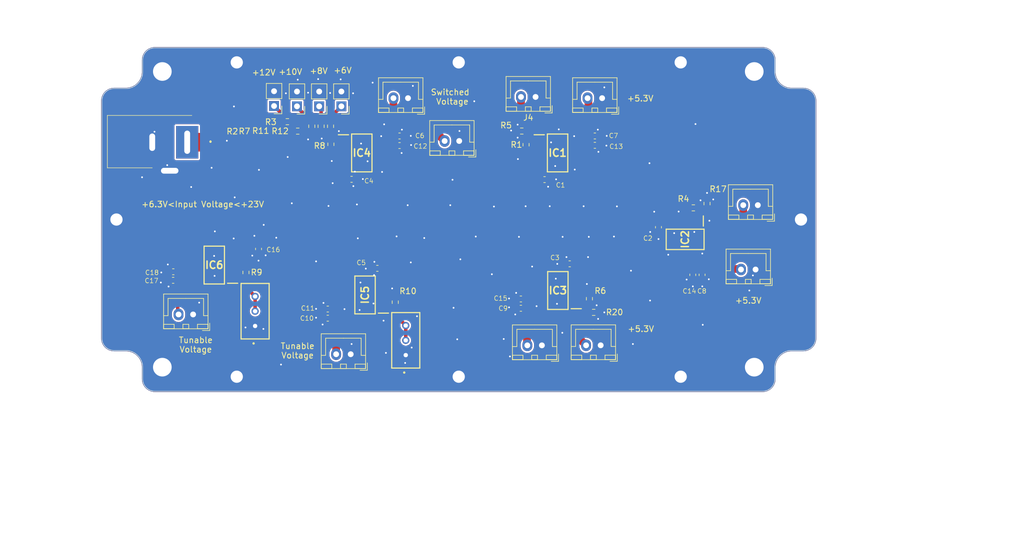
<source format=kicad_pcb>
(kicad_pcb (version 20221018) (generator pcbnew)
  (layers (0 "F.Cu" signal) (31 "B.Cu" signal) (34 "B.Paste" user) (35 "F.Paste" user) (36 "B.SilkS" user "B.Silkscreen") (37 "F.SilkS" user "F.Silkscreen") (38 "B.Mask" user) (39 "F.Mask" user) (44 "Edge.Cuts" user))
  (net 0 "")
  (net 1 "input")
  (net 2 "GND")
  (net 3 "Net-(IC4-OUTPUT_1)")
  (net 4 "Net-(IC1-ADJUST)")
  (net 5 "Net-(IC1-OUTPUT_1)")
  (net 6 "Net-(IC2-ADJUST)")
  (net 7 "Net-(IC2-OUTPUT_1)")
  (net 8 "Net-(IC3-ADJUST)")
  (net 9 "Net-(IC3-OUTPUT_1)")
  (net 10 "Net-(IC4-ADJUST)")
  (net 11 "Net-(IC5-ADJUST)")
  (net 12 "Net-(IC5-OUTPUT_1)")
  (net 13 "Net-(J12-Pin_1)")
  (net 14 "Net-(J13-Pin_1)")
  (net 15 "Net-(J14-Pin_1)")
  (net 16 "Net-(IC6-OUTPUT_1)")
  (net 17 "Net-(IC6-ADJUST)")
  (net 18 "Net-(J1-Pin_1)")
  (net 19 "Net-(R2-Pad1)")
  (footprint "Capacitor_SMD:C_0603_1608Metric_0603 usual" (layer "F.Cu") (at 128.1684 59.8932)
    (fp_text reference "C4")
    (fp_text value "0.1uF")
  )
  (footprint "Capacitor_SMD:C_0603_1608Metric_0603 usual" (layer "F.Cu") (at 132.588 75.184 180)
    (fp_text reference "C5")
    (fp_text value "0.1uF")
  )
  (footprint "Capacitor_SMD:C_0603_1608Metric_0603 usual" (layer "F.Cu") (at 97.5614 75.7682 180)
    (fp_text reference "C18")
    (fp_text value "4.7uF")
  )
  (footprint "Connector_JST:JST_XH_B2B-XH-A_1x02_P2.50mm_Vertical" (layer "F.Cu") (at 197.8968 64.3298 180)
    (fp_text reference "J6" hide)
    (fp_text value "Conn_01x02_Pin")
  )
  (footprint "Capacitor_SMD:C_0603_1608Metric_0603 usual" (layer "F.Cu") (at 136.398 52.4556)
    (fp_text reference "C6")
    (fp_text value "0.1uF")
  )
  (footprint "Capacitor_SMD:C_0603_1608Metric_0603 usual" (layer "F.Cu") (at 124.079 83.7438 180)
    (fp_text reference "C10")
    (fp_text value "0.1uF")
  )
  (footprint "Resistor_SMD:R_0603_1608Metric" (layer "F.Cu") (at 124.5616 50.7746 -90)
    (fp_text reference "R12")
    (fp_text value "3.9k")
  )
  (footprint "Resistor_SMD:R_0603_1608Metric" (layer "F.Cu") (at 189.178199 64.0588 -90)
    (fp_text reference "R17")
    (fp_text value "3.3k")
  )
  (footprint "Connector_JST:JST_XH_B2B-XH-A_1x02_P2.50mm_Vertical" (layer "F.Cu") (at 128.016 89.9414 180)
    (fp_text reference "J11" hide)
    (fp_text value "Conn_01x02_Pin")
  )
  (footprint "Resistor_SMD:R_0603_1608Metric" (layer "F.Cu") (at 121.3358 50.7746 -90)
    (fp_text reference "R7")
    (fp_text value "7k")
  )
  (footprint "Capacitor_SMD:C_0603_1608Metric_0603 usual" (layer "F.Cu") (at 161.29 59.944)
    (fp_text reference "C1")
    (fp_text value "0.1uF")
  )
  (footprint "Music_Lab:DC_Socket_48402211" (layer "F.Cu") (at 99.949 53.5178 -90)
    (fp_text reference "J9" hide)
    (fp_text value "DC_Socket_4840.2211" hide)
  )
  (footprint "Capacitor_SMD:C_0603_1608Metric_0603 usual" (layer "F.Cu") (at 124.079 82.1736 180)
    (fp_text reference "C11")
    (fp_text value "4.7uF")
  )
  (footprint "Resistor_SMD:R_0603_1608Metric" (layer "F.Cu") (at 124.6124 53.8734 90)
    (fp_text reference "R8")
    (fp_text value "1k")
  )
  (footprint "Music_Lab:Resistor_3296W-1" (layer "F.Cu") (at 137.4648 87.5538 90)
    (fp_text reference "VR1" hide)
    (fp_text value "Resistor_3296W-1-104LF" hide)
  )
  (footprint "Connector_JST:JST_XH_B2B-XH-A_1x02_P2.50mm_Vertical" (layer "F.Cu") (at 170.922 88.409 180)
    (fp_text reference "J8" hide)
    (fp_text value "Conn_01x02_Pin")
  )
  (footprint "Resistor_SMD:R_0603_1608Metric" (layer "F.Cu") (at 117.1448 49.9872)
    (fp_text reference "R3")
    (fp_text value "5.6k")
  )
  (footprint "Resistor_SMD:R_0603_1608Metric" (layer "F.Cu") (at 186.829199 64.7958)
    (fp_text reference "R4")
    (fp_text value "1k")
  )
  (footprint "Music_Lab:DC_LM317_SOT230P700X180-4N" (layer "F.Cu") (at 163.5252 55.3588)
    (fp_text reference "IC1")
    (fp_text value "DC_LM317DCYR" hide)
  )
  (footprint "Capacitor_SMD:C_0603_1608Metric_0603 usual" (layer "F.Cu") (at 136.398 54.102)
    (fp_text reference "C12")
    (fp_text value "4.7uF")
  )
  (footprint "Resistor_SMD:R_0603_1608Metric" (layer "F.Cu") (at 158.115 53.9496 90)
    (fp_text reference "R1")
    (fp_text value "1k")
  )
  (footprint "Resistor_SMD:R_0603_1608Metric" (layer "F.Cu") (at 168.9862 80.4032 -90)
    (fp_text reference "R6")
    (fp_text value "1k")
  )
  (footprint "Connector_JST:JST_XH_B2B-XH-A_1x02_P2.50mm_Vertical" (layer "F.Cu") (at 197.5104 75.3872 180)
    (fp_text reference "J3" hide)
    (fp_text value "Conn_01x02_Pin")
  )
  (footprint "Connector_JST:JST_XH_B2B-XH-A_1x02_P2.50mm_Vertical" (layer "F.Cu") (at 160.8328 88.4174 180)
    (fp_text reference "J5" hide)
    (fp_text value "Conn_01x02_Pin")
  )
  (footprint "Connector_JST:JST_XH_B2B-XH-A_1x02_P2.50mm_Vertical" (layer "F.Cu") (at 100.965 83.1088 180)
    (fp_text reference "J10" hide)
    (fp_text value "Conn_01x02_Pin")
  )
  (footprint "Resistor_SMD:R_0603_1608Metric" (layer "F.Cu") (at 110.0328 75.8952 -90)
    (fp_text reference "R9")
    (fp_text value "1k")
  )
  (footprint "Music_Lab:DC_LM317_SOT230P700X180-4N" (layer "F.Cu") (at 130.4798 79.756 180)
    (fp_text reference "IC5")
    (fp_text value "DC_LM317DCYR" hide)
  )
  (footprint "Connector_PinHeader_2.54mm:PinHeader_1x02_P2.54mm_Vertical" (layer "F.Cu") (at 122.6062 47.351 180)
    (fp_text reference "J12" hide)
    (fp_text value "Conn_01x02_Pin")
  )
  (footprint "Connector_PinHeader_2.54mm:PinHeader_1x02_P2.54mm_Vertical" (layer "F.Cu") (at 118.7958 47.3506 180)
    (fp_text reference "J13" hide)
    (fp_text value "Conn_01x02_Pin")
  )
  (footprint "Capacitor_SMD:C_0603_1608Metric_0603 usual" (layer "F.Cu") (at 169.926 52.451)
    (fp_text reference "C7")
    (fp_text value "0.1uF")
  )
  (footprint "Connector_JST:JST_XH_B2B-XH-A_1x02_P2.50mm_Vertical" (layer "F.Cu") (at 137.8512 45.9486 180)
    (fp_text reference "J7" hide)
    (fp_text value "Conn_01x02_Pin")
  )
  (footprint "Music_Lab:Outline_9x4_cavity_20230711" (layer "F.Cu") (at 147.662284 64.357013)
    (fp_text reference "outline1" hide)
    (fp_text value "~" hide)
    (fp_poly (pts (arc (start 60.147165 -17.957088) (mid 59.532757 -19.441973) (end 58.048165 -20.057088)) (arc (start 56.047165 -20.057088) (mid 53.996516 -20.907146) (end 53.147165 -22.958088)) (arc (start 53.147165 -24.957088) (mid 52.532111 -26.442034) (end 51.047165 -27.057088)) (arc (start -53.253466 -27.057088) (mid -54.738393 -26.442015) (end -55.353466 -24.957088)) (arc (start -55.353466 -22.958088) (mid -56.202797 -20.907126) (end -58.253466 -20.057088)) (arc (start -60.254235 -20.057088) (mid -61.702913 -19.478) (end -62.353235 -18.05987)) (arc (start -62.353235 22.875092) (mid -61.727618 24.339112) (end -60.254466 24.942912)) (arc (start -58.253466 24.942912) (mid -56.202796 25.792949) (end -55.353466 27.843912)) (arc (start -55.353466 29.842912) (mid -54.738391 31.327837) (end -53.253466 31.942912)) (arc (start 51.047165 31.942912) (mid 52.532089 31.327836) (end 53.147165 29.842912)) (arc (start 53.147165 27.843912) (mid 53.996495 25.792949) (end 56.047165 24.942912)) (arc (start 58.048165 24.942912) (mid 59.532737 24.327777) (end 60.147165 22.842912))) (stroke (width 0.1)) (fill none) (layer "Edge.Cuts"))
  )
  (footprint "Music_Lab:DC_LM317_SOT230P700X180-4N" (layer "F.Cu") (at 163.576 78.994 180)
    (fp_text reference "IC3")
    (fp_text value "DC_LM317DCYR" hide)
  )
  (footprint "Resistor_SMD:R_0603_1608Metric" (layer "F.Cu") (at 118.9228 51.6128)
    (fp_text reference "R2")
    (fp_text value "3.3k")
  )
  (footprint "Capacitor_SMD:C_0603_1608Metric_0603 usual" (layer "F.Cu") (at 112.1918 71.8566 -90)
    (fp_text reference "C16")
    (fp_text value "0.1uF")
  )
  (footprint "Connector_JST:JST_XH_B2B-XH-A_1x02_P2.50mm_Vertical" (layer "F.Cu") (at 171.1706 45.9486 180)
    (fp_text reference "J2" hide)
    (fp_text value "Conn_01x02_Pin")
  )
  (footprint "Music_Lab:DC_LM317_SOT230P700X180-4N" (layer "F.Cu") (at 185.42 70.206 -90)
    (fp_text reference "IC2")
    (fp_text value "DC_LM317DCYR" hide)
  )
  (footprint "Capacitor_SMD:C_0603_1608Metric_0603 usual" (layer "F.Cu") (at 97.536 77.2414 180)
    (fp_text reference "C17")
    (fp_text value "0.1uF")
  )
  (footprint "Capacitor_SMD:C_0603_1608Metric_0603 usual" (layer "F.Cu") (at 169.926 54.0512)
    (fp_text reference "C13")
    (fp_text value "4.7uF")
  )
  (footprint "Resistor_SMD:R_0603_1608Metric" (layer "F.Cu") (at 122.936 50.7746 -90)
    (fp_text reference "R11")
    (fp_text value "5.6k")
  )
  (footprint "Resistor_SMD:R_0603_1608Metric" (layer "F.Cu") (at 135.6614 81.0006 -90)
    (fp_text reference "R10")
    (fp_text value "1k")
  )
  (footprint "Capacitor_SMD:C_0603_1608Metric_0603 usual" (layer "F.Cu") (at 165.608 74.4088 180)
    (fp_text reference "C3")
    (fp_text value "0.1uF")
  )
  (footprint "Capacitor_SMD:C_0603_1608Metric_0603 usual" (layer "F.Cu") (at 186.7276 76.302 -90)
    (fp_text reference "C14")
    (fp_text value "4.7uF")
  )
  (footprint "Connector_JST:JST_XH_B2B-XH-A_1x02_P2.50mm_Vertical" (layer "F.Cu") (at 146.6396 53.3062 180)
    (fp_text reference "J15" hide)
    (fp_text value "Conn_01x02_Pin")
  )
  (footprint "Music_Lab:Resistor_3296W-1" (layer "F.Cu") (at 111.6076 82.55 90)
    (fp_text reference "VR2" hide)
    (fp_text value "Resistor_3296W-1-104LF" hide)
  )
  (footprint "Music_Lab:DC_LM317_SOT230P700X180-4N" (layer "F.Cu") (at 129.921 55.3588)
    (fp_text reference "IC4")
    (fp_text value "DC_LM317DCYR" hide)
  )
  (footprint "Resistor_SMD:R_0603_1608Metric" (layer "F.Cu") (at 169.7232 82.7522 180)
    (fp_text reference "R20")
    (fp_text value "3.3k")
  )
  (footprint "Capacitor_SMD:C_0603_1608Metric_0603 usual" (layer "F.Cu") (at 157.226 82.042 180)
    (fp_text reference "C9")
    (fp_text value "0.1uF")
  )
  (footprint "Connector_PinHeader_2.54mm:PinHeader_1x02_P2.54mm_Vertical" (layer "F.Cu") (at 126.4158 47.3506 180)
    (fp_text reference "J14" hide)
    (fp_text value "Conn_01x02_Pin")
  )
  (footprint "Resistor_SMD:R_0603_1608Metric" (layer "F.Cu") (at 157.378 51.6006)
    (fp_text reference "R5")
    (fp_text value "3.3k")
  )
  (footprint "Connector_JST:JST_XH_B2B-XH-A_1x02_P2.50mm_Vertical" (layer "F.Cu") (at 159.746 45.737 180)
    (fp_text reference "J4")
    (fp_text value "Conn_01x02_Pin")
  )
  (footprint "Capacitor_SMD:C_0603_1608Metric_0603 usual" (layer "F.Cu") (at 180.8348 68.122801 -90)
    (fp_text reference "C2")
    (fp_text value "0.1uF")
  )
  (footprint "Capacitor_SMD:C_0603_1608Metric_0603 usual" (layer "F.Cu") (at 157.226 80.4418 180)
    (fp_text reference "C15")
    (fp_text value "4.7uF")
  )
  (footprint "Music_Lab:DC_LM317_SOT230P700X180-4N" (layer "F.Cu") (at 104.5972 74.6252 180)
    (fp_text reference "IC6")
    (fp_text value "DC_LM317DCYR" hide)
  )
  (footprint "Capacitor_SMD:C_0603_1608Metric_0603 usual" (layer "F.Cu") (at 188.3278 76.302 -90)
    (fp_text reference "C8")
    (fp_text value "0.1uF")
  )
  (footprint "Connector_PinHeader_2.54mm:PinHeader_1x02_P2.54mm_Vertical" (layer "F.Cu") (at 114.8588 47.2948 180)
    (fp_text reference "J1" hide)
    (fp_text value "Conn_01x02_Pin")
  )
  (gr_text "+12V" (at 110.998 42.1132) (layer "F.SilkS") (effects (font (size 1 1)) (justify left bottom)))
  (gr_text "+5.3V" (at 193.929 81.3054) (layer "F.SilkS") (effects (font (size 1 1)) (justify left bottom)))
  (gr_text "Tunable\nVoltage" (at 101.4222 89.7128) (layer "F.SilkS") (effects (font (size 1 1)) (justify bottom)))
  (gr_text "+8V" (at 120.904 41.8592) (layer "F.SilkS") (effects (font (size 1 1)) (justify left bottom)))
  (gr_text "+6.3V<Input Voltage<+23V" (at 92.0242 64.77) (layer "F.SilkS") (effects (font (size 1 1)) (justify left bottom)))
  (gr_text "+10V" (at 115.57 42.0116) (layer "F.SilkS") (effects (font (size 1 1)) (justify left bottom)))
  (gr_text "+5.3V" (at 175.387 46.5836) (layer "F.SilkS") (effects (font (size 1 1)) (justify left bottom)))
  (gr_text "+6V" (at 125.0188 41.7576) (layer "F.SilkS") (effects (font (size 1 1)) (justify left bottom)))
  (gr_text "Switched \nVoltage" (at 145.4658 47.117) (layer "F.SilkS") (effects (font (size 1 1)) (justify bottom)))
  (gr_text "+5.3V" (at 175.4886 86.1822) (layer "F.SilkS") (effects (font (size 1 1)) (justify left bottom)))
  (gr_text "Tunable\nVoltage" (at 118.8974 90.7288) (layer "F.SilkS") (effects (font (size 1 1)) (justify bottom)))
  (segment (start 109.0158 71.0566) (end 107.7472 72.3252) (width 0.95) (layer "F.Cu") (net 1))
  (segment (start 116.448 67.056) (end 126.746 67.056) (width 3.2) (layer "F.Cu") (net 1))
  (segment (start 133.6298 77.456) (end 133.6298 67.2842) (width 1.32) (layer "F.Cu") (net 1))
  (segment (start 160.274 67.056) (end 177.6984 67.056) (width 3.2) (layer "F.Cu") (net 1))
  (segment (start 133.858 67.056) (end 160.274 67.056) (width 3.2) (layer "F.Cu") (net 1))
  (segment (start 126.746 67.056) (end 133.858 67.056) (width 3.2) (layer "F.Cu") (net 1))
  (segment (start 133.6298 67.2842) (end 133.858 67.056) (width 1.32) (layer "F.Cu") (net 1))
  (segment (start 112.1968 71.0566) (end 109.0158 71.0566) (width 0.95) (layer "F.Cu") (net 1))
  (segment (start 126.771 57.6588) (end 126.771 67.031) (width 1.32) (layer "F.Cu") (net 1))
  (segment (start 116.448 67.056) (end 116.116052 67.056) (width 0.95) (layer "F.Cu") (net 1))
  (segment (start 181.106601 67.056) (end 183.12 67.056) (width 0.95) (layer "F.Cu") (net 1))
  (segment (start 112.1968 70.975252) (end 112.1968 71.0566) (width 0.95) (layer "F.Cu") (net 1))
  (segment (start 126.771 67.031) (end 126.746 67.056) (width 1.32) (layer "F.Cu") (net 1))
  (segment (start 166.726 76.694) (end 166.726 67.208) (width 1.32) (layer "F.Cu") (net 1))
  (segment (start 180.572999 67.056) (end 180.8398 67.322801) (width 0.95) (layer "F.Cu") (net 1))
  (segment (start 160.3752 66.9548) (end 160.274 67.056) (width 1.32) (layer "F.Cu") (net 1))
  (segment (start 116.116052 67.056) (end 112.1968 70.975252) (width 0.95) (layer "F.Cu") (net 1))
  (segment (start 99.949 53.5178) (end 102.9098 53.5178) (width 3.2) (layer "F.Cu") (net 1))
  (segment (start 177.6984 67.056) (end 180.572999 67.056) (width 0.95) (layer "F.Cu") (net 1))
  (segment (start 160.3752 57.6588) (end 160.3752 66.9548) (width 1.32) (layer "F.Cu") (net 1))
  (segment (start 180.8398 67.322801) (end 181.106601 67.056) (width 0.95) (layer "F.Cu") (net 1))
  (segment (start 102.9098 53.5178) (end 116.448 67.056) (width 3.2) (layer "F.Cu") (net 1))
  (via (at 164.3888 69.7738) (size 0.5) (drill 0.3) (layers "F.Cu" "B.Cu") (net 2))
  (via (at 135.89 69.6976) (size 0.5) (drill 0.3) (layers "F.Cu" "B.Cu") (net 2))
  (via (at 137.3632 91.44) (size 0.5) (drill 0.3) (layers "F.Cu" "B.Cu") (net 2))
  (via (at 185.674 77.1144) (size 0.5) (drill 0.3) (layers "F.Cu" "B.Cu") (net 2))
  (via (at 170.5356 55.1688) (size 0.5) (drill 0.3) (layers "F.Cu" "B.Cu") (net 2))
  (via (at 122.428 42.672) (size 0.5) (drill 0.3) (layers "F.Cu" "B.Cu") (net 2))
  (via (at 173.2026 69.723) (size 0.5) (drill 0.3) (layers "F.Cu" "B.Cu") (net 2))
  (via (at 104.6988 68.834) (size 0.5) (drill 0.3) (layers "F.Cu" "B.Cu") (net 2))
  (via (at 123.19 84.836) (size 0.5) (drill 0.3) (layers "F.Cu" "B.Cu") (net 2))
  (via (at 102.0064 81.0768) (size 0.5) (drill 0.3) (layers "F.Cu" "B.Cu") (net 2))
  (via (at 120.7008 53.0352) (size 0.5) (drill 0.3) (layers "F.Cu" "B.Cu") (net 2))
  (via (at 145.4912 59.9694) (size 0.5) (drill 0.3) (layers "F.Cu" "B.Cu") (net 2))
  (via (at 179.4002 80.7212) (size 0.5) (drill 0.3) (layers "F.Cu" "B.Cu") (net 2))
  (via (at 111.125 72.9996) (size 0.5) (drill 0.3) (layers "F.Cu" "B.Cu") (net 2))
  (via (at 163.4744 74.422) (size 0.5) (drill 0.3) (layers "F.Cu" "B.Cu") (net 2))
  (via (at 162.4076 53.5432) (size 0.5) (drill 0.3) (layers "F.Cu" "B.Cu") (net 2))
  (via (at 149.225 46.482) (size 0.5) (drill 0.3) (layers "F.Cu" "B.Cu") (net 2))
  (via (at 124.7648 56.7436) (size 0.5) (drill 0.3) (layers "F.Cu" "B.Cu") (net 2))
  (via (at 107.9246 70.0532) (size 0.5) (drill 0.3) (layers "F.Cu" "B.Cu") (net 2))
  (via (at 158.0388 64.516) (size 0.5) (drill 0.3) (layers "F.Cu" "B.Cu") (net 2))
  (via (at 188.0616 63.5) (size 0.5) (drill 0.3) (layers "F.Cu" "B.Cu") (net 2))
  (via (at 188.3664 72.644) (size 0.5) (drill 0.3) (layers "F.Cu" "B.Cu") (net 2))
  (via (at 138.3284 74.168) (size 0.5) (drill 0.3) (layers "F.Cu" "B.Cu") (net 2))
  (via (at 104.5718 73.0504) (size 0.5) (drill 0.3) (layers "F.Cu" "B.Cu") (net 2))
  (via (at 118.9228 42.7736) (size 0.5) (drill 0.3) (layers "F.Cu" "B.Cu") (net 2))
  (via (at 156.6672 50.4952) (size 0.5) (drill 0.3) (layers "F.Cu" "B.Cu") (net 2))
  (via (at 112.1918 73.8632) (size 0.5) (drill 0.3) (layers "F.Cu" "B.Cu") (net 2))
  (via (at 122.0724 73.9902) (size 0.5) (drill 0.3) (layers "F.Cu" "B.Cu") (net 2))
  (via (at 115.2398 69.9262) (size 0.5) (drill 0.3) (layers "F.Cu" "B.Cu") (net 2))
  (via (at 130.6068 75.2348) (size 0.5) (drill 0.3) (layers "F.Cu" "B.Cu") (net 2))
  (via (at 188.3664 78.2828) (size 0.5) (drill 0.3) (layers "F.Cu" "B.Cu") (net 2))
  (via (at 161.8996 61.1632) (size 0.5) (drill 0.3) (layers "F.Cu" "B.Cu") (net 2))
  (via (at 111.4806 69.596) (size 0.5) (drill 0.3) (layers "F.Cu" "B.Cu") (net 2))
  (via (at 133.4008 58.6232) (size 0.5) (drill 0.3) (layers "F.Cu" "B.Cu") (net 2))
  (via (at 132.08 74.0664) (size 0.5) (drill 0.3) (layers "F.Cu" "B.Cu") (net 2))
  (via (at 133.2484 52.4764) (size 0.5) (drill 0.3) (layers "F.Cu" "B.Cu") (net 2))
  (via (at 166.4716 58.2168) (size 0.5) (drill 0.3) (layers "F.Cu" "B.Cu") (net 2))
  (via (at 162.179 64.516) (size 0.5) (drill 0.3) (layers "F.Cu" "B.Cu") (net 2))
  (via (at 176.1236 75.5904) (size 0.5) (drill 0.3) (layers "F.Cu" "B.Cu") (net 2))
  (via (at 126.9492 82.1944) (size 0.5) (drill 0.3) (layers "F.Cu" "B.Cu") (net 2))
  (via (at 96.52 57.4548) (size 0.5) (drill 0.3) (layers "F.Cu" "B.Cu") (net 2))
  (via (at 166.37 52.4764) (size 0.5) (drill 0.3) (layers "F.Cu" "B.Cu") (net 2))
  (via (at 163.1188 57.6072) (size 0.5) (drill 0.3) (layers "F.Cu" "B.Cu") (net 2))
  (via (at 155.194 80.3656) (size 0.5) (drill 0.3) (layers "F.Cu" "B.Cu") (net 2))
  (via (at 189.484 77.0636) (size 0.5) (drill 0.3) (layers "F.Cu" "B.Cu") (net 2))
  (via (at 152.2476 76.2) (size 0.5) (drill 0.3) (layers "F.Cu" "B.Cu") (net 2))
  (via (at 171.958 52.4256) (size 0.5) (drill 0.3) (layers "F.Cu" "B.Cu") (net 2))
  (via (at 92.202 59.5376) (size 0.5) (drill 0.3) (layers "F.Cu" "B.Cu") (net 2))
  (via (at 159.9184 81.6864) (size 0.5) (drill 0.3) (layers "F.Cu" "B.Cu") (net 2))
  (via (at 128.7272 58.5724) (size 0.5) (drill 0.3) (layers "F.Cu" "B.Cu") (net 2))
  (via (at 129.54 82.3468) (size 0.5) (drill 0.3) (layers "F.Cu" "B.Cu") (net 2))
  (via (at 180.1114 65.4558) (size 0.5) (drill 0.3) (layers "F.Cu" "B.Cu") (net 2))
  (via (at 130.0988 59.8424) (size 0.5) (drill 0.3) (layers "F.Cu" "B.Cu") (net 2))
  (via (at 125.984 51.6128) (size 0.5) (drill 0.3) (layers "F.Cu" "B.Cu") (net 2))
  (via (at 156.718 56.4134) (size 0.5) (drill 0.3) (layers "F.Cu" "B.Cu") (net 2))
  (via (at 140.6398 69.977) (size 0.5) (drill 0.3) (layers "F.Cu" "B.Cu") (net 2))
  (via (at 179.4256 68.9356) (size 0.5) (drill 0.3) (layers "F.Cu" "B.Cu") (net 2))
  (via (at 171.5516 82.7532) (size 0.5) (drill 0.3) (layers "F.Cu" "B.Cu") (net 2))
  (via (at 132.0292 76.3524) (size 0.5) (drill 0.3) (layers "F.Cu" "B.Cu") (net 2))
  (via (at 197.0532 76.4032) (size 0.5) (drill 0.3) (layers "F.Cu" "B.Cu") (net 2))
  (via (at 107.9754 47.371) (size 0.5) (drill 0.3) (layers "F.Cu" "B.Cu") (net 2))
  (via (at 120.7008 45.0088) (size 0.5) (drill 0.3) (layers "F.Cu" "B.Cu") (net 2))
  (via (at 123.3424 81.1276) (size 0.5) (drill 0.3) (layers "F.Cu" "B.Cu") (net 2))
  (via (at 186.7408 78.2828) (size 0.5) (drill 0.3) (layers "F.Cu" "B.Cu") (net 2))
  (via (at 196.4436 78.994) (size 0.5) (drill 0.3) (layers "F.Cu" "B.Cu") (net 2))
  (via (at 186.9948 68.9356) (size 0.5) (drill 0.3) (layers "F.Cu" "B.Cu") (net 2))
  (via (at 155.3464 90.3224) (size 0.5) (drill 0.3) (layers "F.Cu" "B.Cu") (net 2))
  (via (at 171.5516 44.0944) (size 0.5) (drill 0.3) (layers "F.Cu" "B.Cu") (net 2))
  (via (at 128.4224 45.1104) (size 0.5) (drill 0.3) (layers "F.Cu" "B.Cu") (net 2))
  (via (at 100.6348 61.214) (size 0.5) (drill 0.3) (layers "F.Cu" "B.Cu") (net 2))
  (via (at 109.9566 85.344) (size 0.5) (drill 0.3) (layers "F.Cu" "B.Cu") (net 2))
  (via (at 189.1792 62.23) (size 0.5) (drill 0.3) (layers "F.Cu" "B.Cu") (net 2))
  (via (at 187.198 50.3936) (size 0.5) (drill 0.3) (layers "F.Cu" "B.Cu") (net 2))
  (via (at 117.9068 64.008) (size 0.5) (drill 0.3) (layers "F.Cu" "B.Cu") (net 2))
  (via (at 129.0828 64.2112) (size 0.5) (drill 0.3) (layers "F.Cu" "B.Cu") (net 2))
  (via (at 112.268 58.2676) (size 0.5) (drill 0.3) (layers "F.Cu" "B.Cu") (net 2))
  (via (at 176.4538 88.1888) (size 0.5) (drill 0.3) (layers "F.Cu" "B.Cu") (net 2))
  (via (at 95.504 75.8952) (size 0.5) (drill 0.3) (layers "F.Cu" "B.Cu") (net 2))
  (via (at 188.4426 84.8868) (size 0.5) (drill 0.3) (layers "F.Cu" "B.Cu") (net 2))
  (via (at 128.4732 61.0616) (size 0.5) (drill 0.3) (layers "F.Cu" "B.Cu") (net 2))
  (via (at 190.246 63.3476) (size 0.5) (drill 0.3) (layers "F.Cu" "B.Cu") (net 2))
  (via (at 182.5244 72.8472) (size 0.5) (drill 0.3) (layers "F.Cu" "B.Cu") (net 2))
  (via (at 136.7536 55.372) (size 0.5) (drill 0.3) (layers "F.Cu" "B.Cu") (net 2))
  (via (at 163.7284 51.308) (size 0.5) (drill 0.3) (layers "F.Cu" "B.Cu") (net 2))
  (via (at 135.128 78.6384) (size 0.5) (drill 0.3) (layers "F.Cu" "B.Cu") (net 2))
  (via (at 156.4132 79.4004) (size 0.5) (drill 0.3) (layers "F.Cu" "B.Cu") (net 2))
  (via (at 163.2204 76.962) (size 0.5) (drill 0.3) (layers "F.Cu" "B.Cu") (net 2))
  (via (at 128.1684 88.1888) (size 0.5) (drill 0.3) (layers "F.Cu" "B.Cu") (net 2))
  (via (at 155.5496 51.5112) (size 0.5) (drill 0.3) (layers "F.Cu" "B.Cu") (net 2))
  (via (at 137.795 64.3382) (size 0.5) (drill 0.3) (layers "F.Cu" "B.Cu") (net 2))
  (via (at 146.8374 73.6346) (size 0.5) (drill 0.3) (layers "F.Cu" "B.Cu") (net 2))
  (via (at 116.0526 91.7194) (size 0.5) (drill 0.3) (layers "F.Cu" "B.Cu") (net 2))
  (via (at 134.0612 89.7128) (size 0.5) (drill 0.3) (layers "F.Cu" "B.Cu") (net 2))
  (via (at 149.479 69.723) (size 0.5) (drill 0.3) (layers "F.Cu" "B.Cu") (net 2))
  (via (at 122.0724 82.1436) (size 0.5) (drill 0.3) (layers "F.Cu" "B.Cu") (net 2))
  (via (at 108.1024 62.992) (size 0.5) (drill 0.3) (layers "F.Cu" "B.Cu") (net 2))
  (via (at 136.8044 51.3588) (size 0.5) (drill 0.3) (layers "F.Cu" "B.Cu") (net 2))
  (via (at 145.669 81.9658) (size 0.5) (drill 0.3) (layers "F.Cu" "B.Cu") (net 2))
  (via (at 122.0724 83.6676) (size 0.5) (drill 0.3) (layers "F.Cu" "B.Cu") (net 2))
  (via (at 96.6216 74.5236) (size 0.5) (drill 0.3) (layers "F.Cu" "B.Cu") (net 2))
  (via (at 124.206 64.4652) (size 0.5) (drill 0.3) (layers "F.Cu" "B.Cu") (net 2))
  (via (at 96.7486 78.3082) (size 0.5) (drill 0.3) (layers "F.Cu" "B.Cu") (net 2))
  (via (at 104.14 57.912) (size 0.5) (drill 0.3) (layers "F.Cu" "B.Cu") (net 2))
  (via (at 104.648 76.4794) (size 0.5) (drill 0.3) (layers "F.Cu" "B.Cu") (net 2))
  (via (at 146.685 51.5874) (size 0.5) (drill 0.3) (layers "F.Cu" "B.Cu") (net 2))
  (via (at 139.3952 83.4136) (size 0.5) (drill 0.3) (layers "F.Cu" "B.Cu") (net 2))
  (via (at 116.8908 45.1104) (size 0.5) (drill 0.3) (layers "F.Cu" "B.Cu") (net 2))
  (via (at 156.6672 52.7304) (size 0.5) (drill 0.3) (layers "F.Cu" "B.Cu") (net 2))
  (via (at 152.6032 64.5668) (size 0.5) (drill 0.3) (layers "F.Cu" "B.Cu") (net 2))
  (via (at 183.5404 69.1388) (size 0.5) (drill 0.3) (layers "F.Cu" "B.Cu") (net 2))
  (via (at 123.0376 52.8828) (size 0.5) (drill 0.3) (layers "F.Cu" "B.Cu") (net 2))
  (via (at 124.9172 60.5536) (size 0.5) (drill 0.3) (layers "F.Cu" "B.Cu") (net 2))
  (via (at 133.6548 84.1756) (size 0.5) (drill 0.3) (layers "F.Cu" "B.Cu") (net 2))
  (via (at 159.1564 74.8792) (size 0.5) (drill 0.3) (layers "F.Cu" "B.Cu") (net 2))
  (via (at 95.4278 77.6224) (size 0.5) (drill 0.3) (layers "F.Cu" "B.Cu") (net 2))
  (via (at 138.3792 54.0004) (size 0.5) (drill 0.3) (layers "F.Cu" "B.Cu") (net 2))
  (via (at 126.2888 42.7228) (size 0.5) (drill 0.3) (layers "F.Cu" "B.Cu") (net 2))
  (via (at 117.1956 56.0578) (size 0.5) (drill 0.3) (layers "F.Cu" "B.Cu") (net 2))
  (via (at 180.848 70.1548) (size 0.5) (drill 0.3) (layers "F.Cu" "B.Cu") (net 2))
  (via (at 167.9956 64.516) (size 0.5) (drill 0.3) (layers "F.Cu" "B.Cu") (net 2))
  (via (at 131.9276 81.2292) (size 0.5) (drill 0.3) (layers "F.Cu" "B.Cu") (net 2))
  (via (at 164.338 86.2584) (size 0.5) (drill 0.3) (layers "F.Cu" "B.Cu") (net 2))
  (via (at 163.2712 59.8932) (size 0.5) (drill 0.3) (layers "F.Cu" "B.Cu") (net 2))
  (via (at 130.9116 56.7944) (size 0.5) (drill 0.3) (layers "F.Cu" "B.Cu") (net 2))
  (via (at 156.8958 69.7738) (size 0.5) (drill 0.3) (layers "F.Cu" "B.Cu") (net 2))
  (via (at 129.794 53.7464) (size 0.5) (drill 0.3) (layers "F.Cu" "B.Cu") (net 2))
  (via (at 163.4236 81.28) (size 0.5) (drill 0.3) (layers "F.Cu" "B.Cu") (net 2))
  (via (at 145.1102 64.3382) (size 0.5) (drill 0.3) (layers "F.Cu" "B.Cu") (net 2))
  (via (at 106.7562 53.2638) (size 0.5) (drill 0.3) (layers "F.Cu" "B.Cu") (net 2))
  (via (at 138.3284 52.4256) (size 0.5) (drill 0.3) (layers "F.Cu" "B.Cu") (net 2))
  (via (at 173.7106 64.5414) (size 0.5) (drill 0.3) (layers "F.Cu" "B.Cu") (net 2))
  (via (at 131.7752 43.2816) (size 0.5) (drill 0.3) (layers "F.Cu" "B.Cu") (net 2))
  (via (at 165.0492 73.2536) (size 0.5) (drill 0.3) (layers "F.Cu" "B.Cu") (net 2))
  (via (at 154.2796 87.3252) (size 0.5) (drill 0.3) (layers "F.Cu" "B.Cu") (net 2))
  (via (at 189.5856 67.0052) (size 0.5) (drill 0.3) (layers "F.Cu" "B.Cu") (net 2))
  (via (at 138.4808 88.7984) (size 0.5) (drill 0.3) (layers "F.Cu" "B.Cu") (net 2))
  (via (at 138.684 43.8404) (size 0.5) (drill 0.3) (layers "F.Cu" "B.Cu") (net 2))
  (via (at 170.2308 81.534) (size 0.5) (drill 0.3) (layers "F.Cu" "B.Cu") (net 2))
  (via (at 146.304 87.376) (size 0.5) (drill 0.3) (layers "F.Cu" "B.Cu") (net 2))
  (via (at 124.4854 45.0596) (size 0.5) (drill 0.3) (layers "F.Cu" "B.Cu") (net 2))
  (via (at 171.9072 54.102) (size 0.5) (drill 0.3) (layers "F.Cu" "B.Cu") (net 2))
  (via (at 168.8846 69.7738) (size 0.5) (drill 0.3) (layers "F.Cu" "B.Cu") (net 2))
  (via (at 129.2352 70.0278) (size 0.5) (drill 0.3) (layers "F.Cu" "B.Cu") (net 2))
  (via (at 133.7564 50.4444) (size 0.5) (drill 0.3) (layers "F.Cu" "B.Cu") (net 2))
  (via (at 184.3024 65.4304) (size 0.5) (drill 0.3) (layers "F.Cu" "B.Cu") (net 2))
  (via (at 129.6924 77.6224) (size 0.5) (drill 0.3) (layers "F.Cu" "B.Cu") (net 2))
  (via (at 170.434 51.3588) (size 0.5) (drill 0.3) (layers "F.Cu" "B.Cu") (net 2))
  (via (at 113.411 72.9488) (size 0.5) (drill 0.3) (layers "F.Cu" "B.Cu") (net 2))
  (via (at 113.0808 67.7164) (size 0.5) (drill 0.3) (layers "F.Cu" "B.Cu") (net 2))
  (via (at 168.7576 73.2536) (size 0.5) (drill 0.3) (layers "F.Cu" "B.Cu") (net 2))
  (via (at 113.03 85.598) (size 0.5) (drill 0.3) (layers "F.Cu" "B.Cu") (net 2))
  (via (at 168.5544 77.8764) (size 0.5) (drill 0.3) (layers "F.Cu" "B.Cu") (net 2))
  (via (at 156.2608 83.1088) (size 0.5) (drill 0.3) (layers "F.Cu" "B.Cu") (net 2))
  (via (at 94.3356 51.7144) (size 0.5) (drill 0.3) (layers "F.Cu" "B.Cu") (net 2))
  (via (at 155.194 81.8896) (size 0.5) (drill 0.3) (layers "F.Cu" "B.Cu") (net 2))
  (via (at 170.4848 83.8708) (size 0.5) (drill 0.3) (layers "F.Cu" "B.Cu") (net 2))
  (via (at 179.2986 57.1246) (size 0.5) (drill 0.3) (layers "F.Cu" "B.Cu") (net 2))
  (segment (start 133.071 55.3588) (end 134.8872 55.3588) (width 1.32) (layer "F.Cu") (net 3))
  (segment (start 135.344 45.9558) (end 135.3512 45.9486) (width 1.32) (layer "F.Cu") (net 3))
  (segment (start 135.344 49.9872) (end 135.344 45.9558) (width 1.32) (layer "F.Cu") (net 3))
  (segment (start 134.8872 55.3588) (end 135.344 54.902) (width 1.32) (layer "F.Cu") (net 3))
  (segment (start 140.8206 49.9872) (end 144.1396 53.3062) (width 1.32) (layer "F.Cu") (net 3))
  (segment (start 135.344 49.9872) (end 140.8206 49.9872) (width 1.32) (layer "F.Cu") (net 3))
  (segment (start 135.344 54.902) (end 135.344 49.9872) (width 1.32) (layer "F.Cu") (net 3))
  (segment (start 126.771 55.3588) (end 125.095 55.3588) (width 0.95) (layer "F.Cu") (net 3))
  (segment (start 126.771 55.3588) (end 133.071 55.3588) (width 1.32) (layer "F.Cu") (net 3))
  (segment (start 125.095 55.3588) (end 124.6124 54.8762) (width 0.95) (layer "F.Cu") (net 3))
  (segment (start 160.3752 53.0588) (end 158.1808 53.0588) (width 0.6) (layer "F.Cu") (net 4))
  (segment (start 158.1808 53.0588) (end 158.115 53.1246) (width 0.6) (layer "F.Cu") (net 4))
  (segment (start 158.115 53.1246) (end 158.115 51.6886) (width 0.6) (layer "F.Cu") (net 4))
  (segment (start 158.115 51.6886) (end 158.203 51.6006) (width 0.6) (layer "F.Cu") (net 4))
  (segment (start 160.3752 55.3588) (end 166.6752 55.3588) (width 1.32) (layer "F.Cu") (net 5))
  (segment (start 158.6992 55.3588) (end 158.115 54.7746) (width 0.6) (layer "F.Cu") (net 5))
  (segment (start 168.8212 49.6824) (end 159.1714 49.6824) (width 1.32) (layer "F.Cu") (net 5))
  (segment (start 168.8212 49.6824) (end 168.8212 46.0992) (width 1.32) (layer "F.Cu") (net 5))
  (segment (start 159.1714 49.6824) (end 157.246 47.757) (width 1.32) (layer "F.Cu") (net 5))
  (segment (start 168.402 55.3588) (end 168.8212 54.9396) (width 1.32) (layer "F.Cu") (net 5))
  (segment (start 168.8212 46.0992) (end 168.6706 45.9486) (width 1.32) (layer "F.Cu") (net 5))
  (segment (start 166.6752 55.3588) (end 168.402 55.3588) (width 1.32) (layer "F.Cu") (net 5))
  (segment (start 160.3752 55.3588) (end 158.6992 55.3588) (width 0.6) (layer "F.Cu") (net 5))
  (segment (start 168.8212 54.9396) (end 168.8212 49.6824) (width 1.32) (layer "F.Cu") (net 5))
  (segment (start 157.246 47.757) (end 157.246 45.737) (width 1.32) (layer "F.Cu") (net 5))
  (segment (start 187.654199 64.7958) (end 189.090199 64.7958) (width 0.6) (layer "F.Cu") (net 6))
  (segment (start 187.72 64.861601) (end 187.654199 64.7958) (width 0.6) (layer "F.Cu") (net 6))
  (segment (start 187.72 67.056) (end 187.72 64.861601) (width 0.6) (layer "F.Cu") (net 6))
  (segment (start 189.090199 64.7958) (end 189.178199 64.8838) (width 0.6) (layer "F.Cu") (net 6))
  (segment (start 190.8556 71.0184) (end 195.3968 66.4772) (width 1.32) (layer "F.Cu") (net 7))
  (segment (start 190.8556 75.286) (end 194.764801 75.286) (width 1.32) (layer "F.Cu") (net 7))
  (segment (start 185.42 67.056) (end 185.42 73.356) (width 1.32) (layer "F.Cu") (net 7))
  (segment (start 190.8556 75.286) (end 190.8556 71.0184) (width 1.32) (layer "F.Cu") (net 7))
  (segment (start 194.764801 75.286) (end 194.8302 75.351399) (width 1.32) (layer "F.Cu") (net 7))
  (segment (start 185.42 73.356) (end 185.42 75.032) (width 1.32) (layer "F.Cu") (net 7))
  (segment (start 185.42 65.379999) (end 186.004199 64.7958) (width 0.6) (layer "F.Cu") (net 7))
  (segment (start 185.674 75.286) (end 190.8556 75.286) (width 1.32) (layer "F.Cu") (net 7))
  (segment (start 185.42 75.032) (end 185.674 75.286) (width 1.32) (layer "F.Cu") (net 7))
  (segment (start 185.42 67.056) (end 185.42 65.379999) (width 0.6) (layer "F.Cu") (net 7))
  (segment (start 195.3968 66.4772) (end 195.3968 64.3298) (width 1.32) (layer "F.Cu") (net 7))
  (segment (start 166.7918 81.2282) (end 166.726 81.294) (width 0.6) (layer "F.Cu") (net 8))
  (segment (start 168.9862 81.2282) (end 168.9862 82.6642) (width 0.6) (layer "F.Cu") (net 8))
  (segment (start 168.9862 82.6642) (end 168.8982 82.7522) (width 0.6) (layer "F.Cu") (net 8))
  (segment (start 168.9862 81.2282) (end 166.7918 81.2282) (width 0.6) (layer "F.Cu") (net 8))
  (segment (start 158.28 88.2536) (end 158.4306 88.4042) (width 1.32) (layer "F.Cu") (net 9))
  (segment (start 166.726 78.994) (end 160.426 78.994) (width 1.32) (layer "F.Cu") (net 9))
  (segment (start 158.28 79.718) (end 158.28 83.566) (width 1.32) (layer "F.Cu") (net 9))
  (segment (start 163.579 83.566) (end 168.422 88.409) (width 1.32) (layer "F.Cu") (net 9))
  (segment (start 158.28 83.566) (end 158.28 88.2536) (width 1.32) (layer "F.Cu") (net 9))
  (segment (start 159.004 78.994) (end 158.28 79.718) (width 1.32) (layer "F.Cu") (net 9))
  (segment (start 158.28 83.566) (end 163.579 83.566) (width 1.32) (layer "F.Cu") (net 9))
  (segment (start 168.402 78.994) (end 168.9862 79.5782) (width 0.6) (layer "F.Cu") (net 9))
  (segment (start 166.726 78.994) (end 168.402 78.994) (width 0.6) (layer "F.Cu") (net 9))
  (segment (start 160.426 78.994) (end 159.004 78.994) (width 1.32) (layer "F.Cu") (net 9))
  (segment (start 126.771 53.0588) (end 124.7798 53.0588) (width 0.6) (layer "F.Cu") (net 10))
  (segment (start 124.6124 53.2262) (end 124.6124 51.7774) (width 0.6) (layer "F.Cu") (net 10))
  (segment (start 124.6124 51.7774) (end 121.2596 51.7774) (width 0.6) (layer "F.Cu") (net 10))
  (segment (start 121.3358 51.5996) (end 119.761 51.5996) (width 0.6) (layer "F.Cu") (net 10))
  (segment (start 124.7798 53.0588) (end 124.6124 53.2262) (width 0.6) (layer "F.Cu") (net 10))
  (segment (start 119.761 51.5996) (end 119.7478 51.6128) (width 0.6) (layer "F.Cu") (net 10))
  (segment (start 135.6614 81.8256) (end 135.6614 83.2104) (width 0.6) (layer "F.Cu") (net 11))
  (segment (start 133.6298 82.056) (end 135.431 82.056) (width 0.6) (layer "F.Cu") (net 11))
  (segment (start 135.6614 83.2104) (end 137.4648 85.0138) (width 0.6) (layer "F.Cu") (net 11))
  (segment (start 135.431 82.056) (end 135.6614 81.8256) (width 0.6) (layer "F.Cu") (net 11))
  (segment (start 137.4648 87.5538) (end 137.4648 85.0138) (width 0.6) (layer "F.Cu") (net 11))
  (segment (start 135.2418 79.756) (end 135.6614 80.1756) (width 0.6) (layer "F.Cu") (net 12))
  (segment (start 125.516 80.732) (end 125.516 89.9414) (width 1.32) (layer "F.Cu") (net 12))
  (segment (start 126.492 79.756) (end 125.516 80.732) (width 1.32) (layer "F.Cu") (net 12))
  (segment (start 127.3298 79.756) (end 126.492 79.756) (width 1.32) (layer "F.Cu") (net 12))
  (segment (start 133.6298 79.756) (end 127.3298 79.756) (width 1.32) (layer "F.Cu") (net 12))
  (segment (start 133.6298 79.756) (end 135.2418 79.756) (width 0.6) (layer "F.Cu") (net 12))
  (segment (start 122.936 47.6808) (end 122.6062 47.351) (width 0.6) (layer "F.Cu") (net 13))
  (segment (start 122.936 49.9496) (end 122.936 47.6808) (width 0.6) (layer "F.Cu") (net 13))
  (segment (start 121.2596 49.9496) (end 118.9228 47.6128) (width 0.6) (layer "F.Cu") (net 14))
  (segment (start 118.9228 47.6128) (end 118.9228 47.371) (width 0.6) (layer "F.Cu") (net 14))
  (segment (start 124.6124 49.154) (end 126.4158 47.3506) (width 0.6) (layer "F.Cu") (net 15))
  (segment (start 124.6124 49.9496) (end 124.6124 49.154) (width 0.6) (layer "F.Cu") (net 15))
  (segment (start 98.3234 82.9672) (end 98.465 83.1088) (width 0.6) (layer "F.Cu") (net 16))
  (segment (start 98.336 77.2464) (end 98.336 75.7986) (width 0.6) (layer "F.Cu") (net 16))
  (segment (start 98.336 75.7986) (end 98.3614 75.7732) (width 0.6) (layer "F.Cu") (net 16))
  (segment (start 98.3234 77.259) (end 98.3234 82.9672) (width 0.6) (layer "F.Cu") (net 16))
  (segment (start 109.5878 74.6252) (end 110.0328 75.0702) (width 0.6) (layer "F.Cu") (net 16))
  (segment (start 101.4472 74.6252) (end 107.7472 74.6252) (width 0.6) (layer "F.Cu") (net 16))
  (segment (start 101.4472 74.6252) (end 99.5094 74.6252) (width 0.6) (layer "F.Cu") (net 16))
  (segment (start 99.5094 74.6252) (end 98.3614 75.7732) (width 0.6) (layer "F.Cu") (net 16))
  (segment (start 98.336 77.2464) (end 98.3234 77.259) (width 0.6) (layer "F.Cu") (net 16))
  (segment (start 107.7472 74.6252) (end 109.5878 74.6252) (width 0.6) (layer "F.Cu") (net 16))
  (segment (start 110.0328 76.7202) (end 107.9522 76.7202) (width 0.6) (layer "F.Cu") (net 17))
  (segment (start 110.0328 76.7202) (end 110.0328 78.4352) (width 0.6) (layer "F.Cu") (net 17))
  (segment (start 111.6076 80.01) (end 111.6076 82.55) (width 0.6) (layer "F.Cu") (net 17))
  (segment (start 107.9522 76.7202) (end 107.7472 76.9252) (width 0.6) (layer "F.Cu") (net 17))
  (segment (start 110.0328 78.4352) (end 111.6076 80.01) (width 0.6) (layer "F.Cu") (net 17))
  (segment (start 116.3198 48.7558) (end 114.8588 47.2948) (width 0.6) (layer "F.Cu") (net 18))
  (segment (start 116.3198 49.9872) (end 116.3198 48.7558) (width 0.6) (layer "F.Cu") (net 18))
  (segment (start 118.0978 50.1152) (end 117.9698 49.9872) (width 0.6) (layer "F.Cu") (net 19))
  (segment (start 118.0978 51.6128) (end 118.0978 50.1152) (width 0.6) (layer "F.Cu") (net 19))
  (zone (net 2) (net_name "GND") (layers "F&B.Cu") (connect_pads yes (clearance 0.3)) (min_thickness 0.25) (fill yes (thermal_gap 0.5) (thermal_bridge_width 0.5) (smoothing chamfer))
    (polygon (pts (xy 83.439 29.337) (xy 243.586 29.083) (xy 241.935 121.539) (xy 67.818 121.539)))
  )
)
</source>
